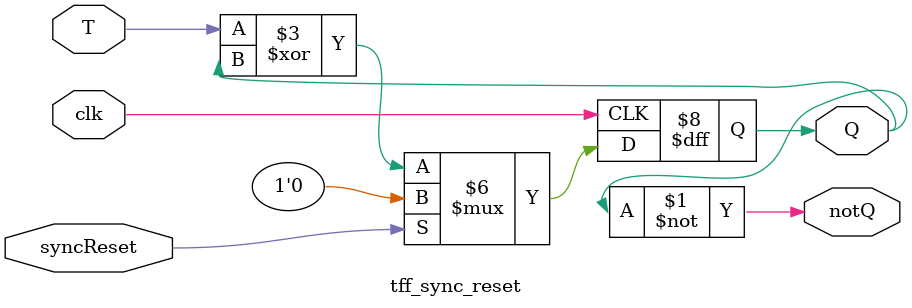
<source format=v>
`timescale 1ns / 1ps


module tff_sync_reset(
    input T,
    input clk,
    input syncReset,
    output reg Q,
    output notQ
    );
    initial Q = 0;
    assign notQ = ~Q;
    always @(posedge clk) begin
        if(syncReset) begin
            Q <= 0;
        end else begin
            Q <= T^Q;
        end
    end
    
endmodule

</source>
